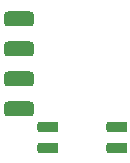
<source format=gbp>
G04*
G04 #@! TF.GenerationSoftware,Altium Limited,Altium Designer,20.0.2 (26)*
G04*
G04 Layer_Color=128*
%FSLAX25Y25*%
%MOIN*%
G70*
G01*
G75*
G04:AMPARAMS|DCode=16|XSize=100mil|YSize=50mil|CornerRadius=12.5mil|HoleSize=0mil|Usage=FLASHONLY|Rotation=180.000|XOffset=0mil|YOffset=0mil|HoleType=Round|Shape=RoundedRectangle|*
%AMROUNDEDRECTD16*
21,1,0.10000,0.02500,0,0,180.0*
21,1,0.07500,0.05000,0,0,180.0*
1,1,0.02500,-0.03750,0.01250*
1,1,0.02500,0.03750,0.01250*
1,1,0.02500,0.03750,-0.01250*
1,1,0.02500,-0.03750,-0.01250*
%
%ADD16ROUNDEDRECTD16*%
G04:AMPARAMS|DCode=17|XSize=70mil|YSize=35mil|CornerRadius=8.75mil|HoleSize=0mil|Usage=FLASHONLY|Rotation=180.000|XOffset=0mil|YOffset=0mil|HoleType=Round|Shape=RoundedRectangle|*
%AMROUNDEDRECTD17*
21,1,0.07000,0.01750,0,0,180.0*
21,1,0.05250,0.03500,0,0,180.0*
1,1,0.01750,-0.02625,0.00875*
1,1,0.01750,0.02625,0.00875*
1,1,0.01750,0.02625,-0.00875*
1,1,0.01750,-0.02625,-0.00875*
%
%ADD17ROUNDEDRECTD17*%
D16*
X8500Y75500D02*
D03*
X8500Y65500D02*
D03*
X8500Y55500D02*
D03*
X8500Y45500D02*
D03*
D17*
X18199Y39499D02*
D03*
X18199Y32499D02*
D03*
X41199Y39499D02*
D03*
X41199Y32499D02*
D03*
M02*

</source>
